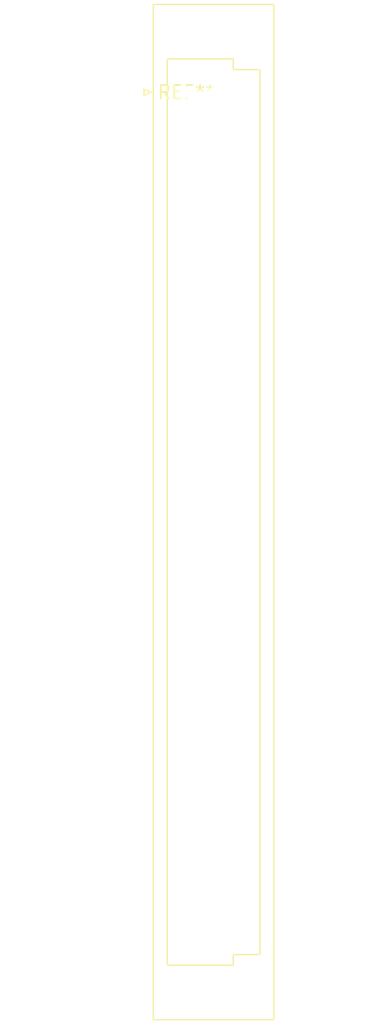
<source format=kicad_pcb>
(kicad_pcb (version 20240108) (generator pcbnew)
  (layers (0 "F.Cu" signal) (31 "B.Cu" signal) (34 "B.Paste" user) (35 "F.Paste" user) (36 "B.SilkS" user "B.Silkscreen") (37 "F.SilkS" user "F.Silkscreen") (38 "B.Mask" user) (39 "F.Mask" user) (44 "Edge.Cuts" user))
  (net 0 "")
  (footprint "DIN41612_R_3x32_Male_Vertical_THT" (layer "F.Cu") (at 0 0)
    (property "Reference" "REF**")
    (property "Value" "DIN41612_R_3x32_Male_Vertical_THT")
    (fp_line (start -3.99 -0.3) (end -3.99 0.3) (layer "F.SilkS") (stroke (width 0.12)))
    (fp_line (start -3.99 0.3) (end -3.31 0) (layer "F.SilkS") (stroke (width 0.12)))
    (fp_line (start -3.31 0) (end -3.99 -0.3) (layer "F.SilkS") (stroke (width 0.12)))
    (fp_line (start -3.12 -8.24) (end 8.2 -8.24) (layer "F.SilkS") (stroke (width 0.12)))
    (fp_line (start -3.12 86.98) (end -3.12 -8.24) (layer "F.SilkS") (stroke (width 0.12)))
    (fp_line (start -1.81 -3.131) (end 4.39 -3.131) (layer "F.SilkS") (stroke (width 0.12)))
    (fp_line (start -1.81 81.87) (end -1.81 -3.131) (layer "F.SilkS") (stroke (width 0.12)))
    (fp_line (start 4.39 -3.131) (end 4.39 -2.131) (layer "F.SilkS") (stroke (width 0.12)))
    (fp_line (start 4.39 -2.131) (end 6.89 -2.131) (layer "F.SilkS") (stroke (width 0.12)))
    (fp_line (start 4.39 80.87) (end 4.39 81.87) (layer "F.SilkS") (stroke (width 0.12)))
    (fp_line (start 4.39 81.87) (end -1.81 81.87) (layer "F.SilkS") (stroke (width 0.12)))
    (fp_line (start 6.89 -2.131) (end 6.89 80.87) (layer "F.SilkS") (stroke (width 0.12)))
    (fp_line (start 6.89 80.87) (end 4.39 80.87) (layer "F.SilkS") (stroke (width 0.12)))
    (fp_line (start 8.2 -8.24) (end 8.2 86.98) (layer "F.SilkS") (stroke (width 0.12)))
    (fp_line (start 8.2 86.98) (end -3.12 86.98) (layer "F.SilkS") (stroke (width 0.12)))
    (pad "" np_thru_hole circle (at 2.24 -5.63) (size 2.85 2.85) (drill 2.85) (layers *.Cu *.Mask))
    (pad "" np_thru_hole circle (at 2.24 84.37) (size 2.85 2.85) (drill 2.85) (layers *.Cu *.Mask))
    (pad "a1" thru_hole roundrect (at 0 0) (size 1.55 1.55) (drill 1) (layers *.Cu *.Mask) (remove_unused_layers) (roundrect_rratio 0.16129))
    (pad "a2" thru_hole circle (at 0 2.54) (size 1.55 1.55) (drill 1) (layers *.Cu *.Mask) (remove_unused_layers))
    (pad "a3" thru_hole circle (at 0 5.08) (size 1.55 1.55) (drill 1) (layers *.Cu *.Mask) (remove_unused_layers))
    (pad "a4" thru_hole circle (at 0 7.62) (size 1.55 1.55) (drill 1) (layers *.Cu *.Mask) (remove_unused_layers))
    (pad "a5" thru_hole circle (at 0 10.16) (size 1.55 1.55) (drill 1) (layers *.Cu *.Mask) (remove_unused_layers))
    (pad "a6" thru_hole circle (at 0 12.7) (size 1.55 1.55) (drill 1) (layers *.Cu *.Mask) (remove_unused_layers))
    (pad "a7" thru_hole circle (at 0 15.24) (size 1.55 1.55) (drill 1) (layers *.Cu *.Mask) (remove_unused_layers))
    (pad "a8" thru_hole circle (at 0 17.78) (size 1.55 1.55) (drill 1) (layers *.Cu *.Mask) (remove_unused_layers))
    (pad "a9" thru_hole circle (at 0 20.32) (size 1.55 1.55) (drill 1) (layers *.Cu *.Mask) (remove_unused_layers))
    (pad "a10" thru_hole circle (at 0 22.86) (size 1.55 1.55) (drill 1) (layers *.Cu *.Mask) (remove_unused_layers))
    (pad "a11" thru_hole circle (at 0 25.4) (size 1.55 1.55) (drill 1) (layers *.Cu *.Mask) (remove_unused_layers))
    (pad "a12" thru_hole circle (at 0 27.94) (size 1.55 1.55) (drill 1) (layers *.Cu *.Mask) (remove_unused_layers))
    (pad "a13" thru_hole circle (at 0 30.48) (size 1.55 1.55) (drill 1) (layers *.Cu *.Mask) (remove_unused_layers))
    (pad "a14" thru_hole circle (at 0 33.02) (size 1.55 1.55) (drill 1) (layers *.Cu *.Mask) (remove_unused_layers))
    (pad "a15" thru_hole circle (at 0 35.56) (size 1.55 1.55) (drill 1) (layers *.Cu *.Mask) (remove_unused_layers))
    (pad "a16" thru_hole circle (at 0 38.1) (size 1.55 1.55) (drill 1) (layers *.Cu *.Mask) (remove_unused_layers))
    (pad "a17" thru_hole circle (at 0 40.64) (size 1.55 1.55) (drill 1) (layers *.Cu *.Mask) (remove_unused_layers))
    (pad "a18" thru_hole circle (at 0 43.18) (size 1.55 1.55) (drill 1) (layers *.Cu *.Mask) (remove_unused_layers))
    (pad "a19" thru_hole circle (at 0 45.72) (size 1.55 1.55) (drill 1) (layers *.Cu *.Mask) (remove_unused_layers))
    (pad "a20" thru_hole circle (at 0 48.26) (size 1.55 1.55) (drill 1) (layers *.Cu *.Mask) (remove_unused_layers))
    (pad "a21" thru_hole circle (at 0 50.8) (size 1.55 1.55) (drill 1) (layers *.Cu *.Mask) (remove_unused_layers))
    (pad "a22" thru_hole circle (at 0 53.34) (size 1.55 1.55) (drill 1) (layers *.Cu *.Mask) (remove_unused_layers))
    (pad "a23" thru_hole circle (at 0 55.88) (size 1.55 1.55) (drill 1) (layers *.Cu *.Mask) (remove_unused_layers))
    (pad "a24" thru_hole circle (at 0 58.42) (size 1.55 1.55) (drill 1) (layers *.Cu *.Mask) (remove_unused_layers))
    (pad "a25" thru_hole circle (at 0 60.96) (size 1.55 1.55) (drill 1) (layers *.Cu *.Mask) (remove_unused_layers))
    (pad "a26" thru_hole circle (at 0 63.5) (size 1.55 1.55) (drill 1) (layers *.Cu *.Mask) (remove_unused_layers))
    (pad "a27" thru_hole circle (at 0 66.04) (size 1.55 1.55) (drill 1) (layers *.Cu *.Mask) (remove_unused_layers))
    (pad "a28" thru_hole circle (at 0 68.58) (size 1.55 1.55) (drill 1) (layers *.Cu *.Mask) (remove_unused_layers))
    (pad "a29" thru_hole circle (at 0 71.12) (size 1.55 1.55) (drill 1) (layers *.Cu *.Mask) (remove_unused_layers))
    (pad "a30" thru_hole circle (at 0 73.66) (size 1.55 1.55) (drill 1) (layers *.Cu *.Mask) (remove_unused_layers))
    (pad "a31" thru_hole circle (at 0 76.2) (size 1.55 1.55) (drill 1) (layers *.Cu *.Mask) (remove_unused_layers))
    (pad "a32" thru_hole circle (at 0 78.74) (size 1.55 1.55) (drill 1) (layers *.Cu *.Mask) (remove_unused_layers))
    (pad "b1" thru_hole circle (at 2.54 0) (size 1.55 1.55) (drill 1) (layers *.Cu *.Mask) (remove_unused_layers))
    (pad "b2" thru_hole circle (at 2.54 2.54) (size 1.55 1.55) (drill 1) (layers *.Cu *.Mask) (remove_unused_layers))
    (pad "b3" thru_hole circle (at 2.54 5.08) (size 1.55 1.55) (drill 1) (layers *.Cu *.Mask) (remove_unused_layers))
    (pad "b4" thru_hole circle (at 2.54 7.62) (size 1.55 1.55) (drill 1) (layers *.Cu *.Mask) (remove_unused_layers))
    (pad "b5" thru_hole circle (at 2.54 10.16) (size 1.55 1.55) (drill 1) (layers *.Cu *.Mask) (remove_unused_layers))
    (pad "b6" thru_hole circle (at 2.54 12.7) (size 1.55 1.55) (drill 1) (layers *.Cu *.Mask) (remove_unused_layers))
    (pad "b7" thru_hole circle (at 2.54 15.24) (size 1.55 1.55) (drill 1) (layers *.Cu *.Mask) (remove_unused_layers))
    (pad "b8" thru_hole circle (at 2.54 17.78) (size 1.55 1.55) (drill 1) (layers *.Cu *.Mask) (remove_unused_layers))
    (pad "b9" thru_hole circle (at 2.54 20.32) (size 1.55 1.55) (drill 1) (layers *.Cu *.Mask) (remove_unused_layers))
    (pad "b10" thru_hole circle (at 2.54 22.86) (size 1.55 1.55) (drill 1) (layers *.Cu *.Mask) (remove_unused_layers))
    (pad "b11" thru_hole circle (at 2.54 25.4) (size 1.55 1.55) (drill 1) (layers *.Cu *.Mask) (remove_unused_layers))
    (pad "b12" thru_hole circle (at 2.54 27.94) (size 1.55 1.55) (drill 1) (layers *.Cu *.Mask) (remove_unused_layers))
    (pad "b13" thru_hole circle (at 2.54 30.48) (size 1.55 1.55) (drill 1) (layers *.Cu *.Mask) (remove_unused_layers))
    (pad "b14" thru_hole circle (at 2.54 33.02) (size 1.55 1.55) (drill 1) (layers *.Cu *.Mask) (remove_unused_layers))
    (pad "b15" thru_hole circle (at 2.54 35.56) (size 1.55 1.55) (drill 1) (layers *.Cu *.Mask) (remove_unused_layers))
    (pad "b16" thru_hole circle (at 2.54 38.1) (size 1.55 1.55) (drill 1) (layers *.Cu *.Mask) (remove_unused_layers))
    (pad "b17" thru_hole circle (at 2.54 40.64) (size 1.55 1.55) (drill 1) (layers *.Cu *.Mask) (remove_unused_layers))
    (pad "b18" thru_hole circle (at 2.54 43.18) (size 1.55 1.55) (drill 1) (layers *.Cu *.Mask) (remove_unused_layers))
    (pad "b19" thru_hole circle (at 2.54 45.72) (size 1.55 1.55) (drill 1) (layers *.Cu *.Mask) (remove_unused_layers))
    (pad "b20" thru_hole circle (at 2.54 48.26) (size 1.55 1.55) (drill 1) (layers *.Cu *.Mask) (remove_unused_layers))
    (pad "b21" thru_hole circle (at 2.54 50.8) (size 1.55 1.55) (drill 1) (layers *.Cu *.Mask) (remove_unused_layers))
    (pad "b22" thru_hole circle (at 2.54 53.34) (size 1.55 1.55) (drill 1) (layers *.Cu *.Mask) (remove_unused_layers))
    (pad "b23" thru_hole circle (at 2.54 55.88) (size 1.55 1.55) (drill 1) (layers *.Cu *.Mask) (remove_unused_layers))
    (pad "b24" thru_hole circle (at 2.54 58.42) (size 1.55 1.55) (drill 1) (layers *.Cu *.Mask) (remove_unused_layers))
    (pad "b25" thru_hole circle (at 2.54 60.96) (size 1.55 1.55) (drill 1) (layers *.Cu *.Mask) (remove_unused_layers))
    (pad "b26" thru_hole circle (at 2.54 63.5) (size 1.55 1.55) (drill 1) (layers *.Cu *.Mask) (remove_unused_layers))
    (pad "b27" thru_hole circle (at 2.54 66.04) (size 1.55 1.55) (drill 1) (layers *.Cu *.Mask) (remove_unused_layers))
    (pad "b28" thru_hole circle (at 2.54 68.58) (size 1.55 1.55) (drill 1) (layers *.Cu *.Mask) (remove_unused_layers))
    (pad "b29" thru_hole circle (at 2.54 71.12) (size 1.55 1.55) (drill 1) (layers *.Cu *.Mask) (remove_unused_layers))
    (pad "b30" thru_hole circle (at 2.54 73.66) (size 1.55 1.55) (drill 1) (layers *.Cu *.Mask) (remove_unused_layers))
    (pad "b31" thru_hole circle (at 2.54 76.2) (size 1.55 1.55) (drill 1) (layers *.Cu *.Mask) (remove_unused_layers))
    (pad "b32" thru_hole circle (at 2.54 78.74) (size 1.55 1.55) (drill 1) (layers *.Cu *.Mask) (remove_unused_layers))
    (pad "c1" thru_hole circle (at 5.08 0) (size 1.55 1.55) (drill 1) (layers *.Cu *.Mask) (remove_unused_layers))
    (pad "c2" thru_hole circle (at 5.08 2.54) (size 1.55 1.55) (drill 1) (layers *.Cu *.Mask) (remove_unused_layers))
    (pad "c3" thru_hole circle (at 5.08 5.08) (size 1.55 1.55) (drill 1) (layers *.Cu *.Mask) (remove_unused_layers))
    (pad "c4" thru_hole circle (at 5.08 7.62) (size 1.55 1.55) (drill 1) (layers *.Cu *.Mask) (remove_unused_layers))
    (pad "c5" thru_hole circle (at 5.08 10.16) (size 1.55 1.55) (drill 1) (layers *.Cu *.Mask) (remove_unused_layers))
    (pad "c6" thru_hole circle (at 5.08 12.7) (size 1.55 1.55) (drill 1) (layers *.Cu *.Mask) (remove_unused_layers))
    (pad "c7" thru_hole circle (at 5.08 15.24) (size 1.55 1.55) (drill 1) (layers *.Cu *.Mask) (remove_unused_layers))
    (pad "c8" thru_hole circle (at 5.08 17.78) (size 1.55 1.55) (drill 1) (layers *.Cu *.Mask) (remove_unused_layers))
    (pad "c9" thru_hole circle (at 5.08 20.32) (size 1.55 1.55) (drill 1) (layers *.Cu *.Mask) (remove_unused_layers))
    (pad "c10" thru_hole circle (at 5.08 22.86) (size 1.55 1.55) (drill 1) (layers *.Cu *.Mask) (remove_unused_layers))
    (pad "c11" thru_hole circle (at 5.08 25.4) (size 1.55 1.55) (drill 1) (layers *.Cu *.Mask) (remove_unused_layers))
    (pad "c12" thru_hole circle (at 5.08 27.94) (size 1.55 1.55) (drill 1) (layers *.Cu *.Mask) (remove_unused_layers))
    (pad "c13" thru_hole circle (at 5.08 30.48) (size 1.55 1.55) (drill 1) (layers *.Cu *.Mask) (remove_unused_layers))
    (pad "c14" thru_hole circle (at 5.08 33.02) (size 1.55 1.55) (drill 1) (layers *.Cu *.Mask) (remove_unused_layers))
    (pad "c15" thru_hole circle (at 5.08 35.56) (size 1.55 1.55) (drill 1) (layers *.Cu *.Mask) (remove_unused_layers))
    (pad "c16" thru_hole circle (at 5.08 38.1) (size 1.55 1.55) (drill 1) (layers *.Cu *.Mask) (remove_unused_layers))
    (pad "c17" thru_hole circle (at 5.08 40.64) (size 1.55 1.55) (drill 1) (layers *.Cu *.Mask) (remove_unused_layers))
    (pad "c18" thru_hole circle (at 5.08 43.18) (size 1.55 1.55) (drill 1) (layers *.Cu *.Mask) (remove_unused_layers))
    (pad "c19" thru_hole circle (at 5.08 45.72) (size 1.55 1.55) (drill 1) (layers *.Cu *.Mask) (remove_unused_layers))
    (pad "c20" thru_hole circle (at 5.08 48.26) (size 1.55 1.55) (drill 1) (layers *.Cu *.Mask) (remove_unused_layers))
    (pad "c21" thru_hole circle (at 5.08 50.8) (size 1.55 1.55) (drill 1) (layers *.Cu *.Mask) (remove_unused_layers))
    (pad "c22" thru_hole circle (at 5.08 53.34) (size 1.55 1.55) (drill 1) (layers *.Cu *.Mask) (remove_unused_layers))
    (pad "c23" thru_hole circle (at 5.08 55.88) (size 1.55 1.55) (drill 1) (layers *.Cu *.Mask) (remove_unused_layers))
    (pad "c24" thru_hole circle (at 5.08 58.42) (size 1.55 1.55) (drill 1) (layers *.Cu *.Mask) (remove_unused_layers))
    (pad "c25" thru_hole circle (at 5.08 60.96) (size 1.55 1.55) (drill 1) (layers *.Cu *.Mask) (remove_unused_layers))
    (pad "c26" thru_hole circle (at 5.08 63.5) (size 1.55 1.55) (drill 1) (layers *.Cu *.Mask) (remove_unused_layers))
    (pad "c27" thru_hole circle (at 5.08 66.04) (size 1.55 1.55) (drill 1) (layers *.Cu *.Mask) (remove_unused_layers))
    (pad "c28" thru_hole circle (at 5.08 68.58) (size 1.55 1.55) (drill 1) (layers *.Cu *.Mask) (remove_unused_layers))
    (pad "c29" thru_hole circle (at 5.08 71.12) (size 1.55 1.55) (drill 1) (layers *.Cu *.Mask) (remove_unused_layers))
    (pad "c30" thru_hole circle (at 5.08 73.66) (size 1.55 1.55) (drill 1) (layers *.Cu *.Mask) (remove_unused_layers))
    (pad "c31" thru_hole circle (at 5.08 76.2) (size 1.55 1.55) (drill 1) (layers *.Cu *.Mask) (remove_unused_layers))
    (pad "c32" thru_hole circle (at 5.08 78.74) (size 1.55 1.55) (drill 1) (layers *.Cu *.Mask) (remove_unused_layers))
  )
)
</source>
